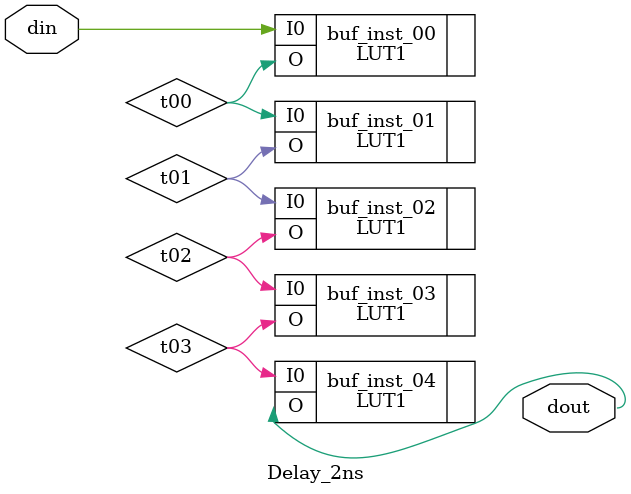
<source format=v>
(* dont_touch = "true" *)
module Delay_2ns (din, dout);
    /*** port ***/
    input din;
    output dout;
    (* dont_touch = "true" *)wire t00, t01, t02, t03, t04, t05;
   
    (* dont_touch = "true" *) LUT1 #(.INIT(2'b10)) buf_inst_00 (.O(t00), .I0(din));
    (* dont_touch = "true" *) LUT1 #(.INIT(2'b10)) buf_inst_01 (.O(t01), .I0(t00));
    (* dont_touch = "true" *) LUT1 #(.INIT(2'b10)) buf_inst_02 (.O(t02), .I0(t01));
    (* dont_touch = "true" *) LUT1 #(.INIT(2'b10)) buf_inst_03 (.O(t03), .I0(t02));
    (* dont_touch = "true" *) LUT1 #(.INIT(2'b10)) buf_inst_04 (.O(dout), .I0(t03));

    // (* dont_touch = "true" *) LUT1 #(.INIT(2'b10)) buf_inst_00 (.O(t00), .I0(din));
    // (* dont_touch = "true" *) LUT1 #(.INIT(2'b10)) buf_inst_01 (.O(t01), .I0(t00));
    // (* dont_touch = "true" *) LUT1 #(.INIT(2'b10)) buf_inst_02 (.O(t02), .I0(t01));
    // (* dont_touch = "true" *) LUT1 #(.INIT(2'b10)) buf_inst_03 (.O(t03), .I0(t02));
    // (* dont_touch = "true" *) LUT1 #(.INIT(2'b10)) buf_inst_04 (.O(t04), .I0(t03));
    // (* dont_touch = "true" *) LUT1 #(.INIT(2'b10)) buf_inst_05 (.O(t05), .I0(t04));
    // (* dont_touch = "true" *) LUT1 #(.INIT(2'b10)) buf_inst_06 (.O(dout), .I0(t05));
endmodule
</source>
